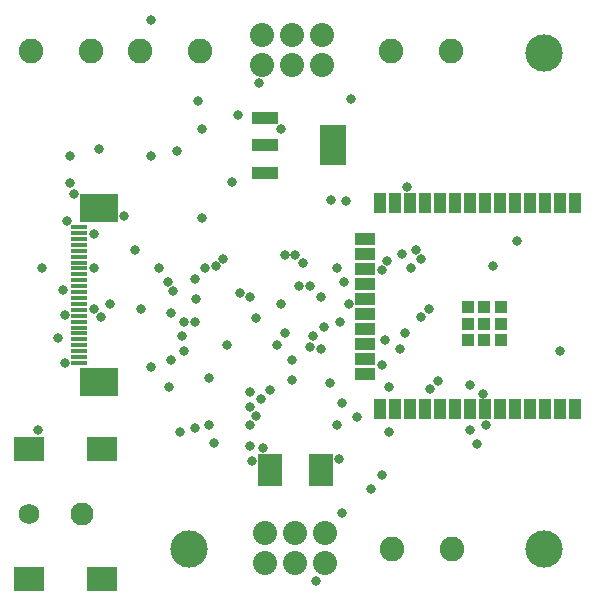
<source format=gbr>
G04 EAGLE Gerber RS-274X export*
G75*
%MOMM*%
%FSLAX34Y34*%
%LPD*%
%INSoldermask Bottom*%
%IPPOS*%
%AMOC8*
5,1,8,0,0,1.08239X$1,22.5*%
G01*
%ADD10C,3.152400*%
%ADD11C,2.082800*%
%ADD12R,1.052400X1.652400*%
%ADD13R,1.652400X1.052400*%
%ADD14R,1.052400X1.052400*%
%ADD15R,2.302400X3.402400*%
%ADD16R,2.302400X1.102400*%
%ADD17C,2.032000*%
%ADD18R,1.400000X0.400000*%
%ADD19R,3.252400X2.452400*%
%ADD20R,2.052400X2.752400*%
%ADD21R,2.552400X2.152400*%
%ADD22C,1.752400*%
%ADD23C,1.952400*%
%ADD24C,0.838200*%


D10*
X460000Y450000D03*
X460000Y30000D03*
X160000Y30000D03*
D11*
X25800Y451500D03*
X76600Y451500D03*
D12*
X486850Y148500D03*
X474150Y148500D03*
X461450Y148500D03*
X448750Y148500D03*
X436050Y148500D03*
X423350Y148500D03*
X410650Y148500D03*
X397950Y148500D03*
X385250Y148500D03*
X372550Y148500D03*
X359850Y148500D03*
X347150Y148500D03*
X334450Y148500D03*
X321750Y148500D03*
X321750Y323500D03*
X334450Y323500D03*
X347150Y323500D03*
X359850Y323500D03*
X372550Y323500D03*
X385250Y323500D03*
X397950Y323500D03*
X410650Y323500D03*
X423350Y323500D03*
X436050Y323500D03*
X448750Y323500D03*
X461450Y323500D03*
X474150Y323500D03*
X486850Y323500D03*
D13*
X309250Y293150D03*
X309250Y280450D03*
X309250Y267750D03*
X309250Y255050D03*
X309250Y242350D03*
X309250Y229650D03*
X309250Y216950D03*
X309250Y204250D03*
X309250Y191550D03*
X309250Y178850D03*
D14*
X409650Y221000D03*
X409650Y235000D03*
X395650Y235000D03*
X395650Y221000D03*
X395650Y207000D03*
X409650Y207000D03*
X423650Y207000D03*
X423650Y221000D03*
X423650Y235000D03*
D11*
X331500Y30200D03*
X382300Y30200D03*
X330600Y451500D03*
X381400Y451500D03*
D15*
X281900Y372000D03*
D16*
X223900Y349000D03*
X223900Y372000D03*
X223900Y395000D03*
D17*
X224200Y18800D03*
X249600Y18800D03*
X275000Y18800D03*
X275000Y44200D03*
X249600Y44200D03*
X224200Y44200D03*
X221400Y440400D03*
X246800Y440400D03*
X272200Y440400D03*
X272200Y465800D03*
X246800Y465800D03*
X221400Y465800D03*
D11*
X118200Y451500D03*
X169000Y451500D03*
D18*
X67000Y302800D03*
X67000Y297800D03*
X67000Y292800D03*
X67000Y287800D03*
X67000Y282800D03*
X67000Y277800D03*
X67000Y272800D03*
X67000Y267800D03*
X67000Y262800D03*
X67000Y257800D03*
X67000Y252800D03*
X67000Y247800D03*
X67000Y242800D03*
X67000Y237800D03*
X67000Y232800D03*
X67000Y227800D03*
X67000Y222800D03*
X67000Y217800D03*
X67000Y212800D03*
X67000Y207800D03*
X67000Y202800D03*
X67000Y197800D03*
X67000Y192800D03*
X67000Y187800D03*
D19*
X84000Y171300D03*
X84000Y319300D03*
D20*
X228300Y96900D03*
X271300Y96900D03*
D21*
X24600Y5000D03*
X86600Y5000D03*
X86600Y115000D03*
X24600Y115000D03*
D22*
X24600Y60000D03*
D23*
X69600Y60000D03*
D24*
X54864Y187452D03*
X144780Y190500D03*
X146304Y248412D03*
X188976Y275844D03*
X114300Y283464D03*
X417576Y269748D03*
X364236Y166116D03*
X370332Y172212D03*
X246888Y173736D03*
X284988Y135636D03*
X329184Y129540D03*
X411480Y135636D03*
X473964Y198120D03*
X246888Y190500D03*
X289560Y153924D03*
X397764Y169164D03*
X216408Y143256D03*
X240792Y213360D03*
X271272Y243840D03*
X280416Y326136D03*
X344424Y336804D03*
X271272Y199644D03*
X288036Y222504D03*
X339852Y280416D03*
X342900Y213360D03*
X356616Y227076D03*
X356616Y275844D03*
X352044Y283464D03*
X347472Y268224D03*
X143256Y167640D03*
X192024Y202692D03*
X222504Y115824D03*
X408432Y161544D03*
X54864Y228600D03*
X164592Y222504D03*
X220980Y156972D03*
X176784Y135636D03*
X323088Y92964D03*
X237744Y385572D03*
X170688Y385572D03*
X149352Y367284D03*
X105156Y312420D03*
X323088Y266700D03*
X362712Y233172D03*
X338328Y199644D03*
X278892Y170688D03*
X295656Y237744D03*
X289560Y60960D03*
X313944Y80772D03*
X329184Y167640D03*
X323088Y185928D03*
X53340Y249936D03*
X35052Y268224D03*
X201168Y397764D03*
X48768Y208788D03*
X62484Y330708D03*
X249936Y278892D03*
X256032Y272796D03*
X240792Y278892D03*
X284988Y268224D03*
X79248Y268224D03*
X144780Y230124D03*
X252984Y252984D03*
X128016Y362712D03*
X297180Y411480D03*
X291084Y256032D03*
X301752Y141732D03*
X327660Y274320D03*
X216408Y225552D03*
X155448Y198120D03*
X176784Y175260D03*
X228600Y164592D03*
X265176Y210312D03*
X211836Y243840D03*
X79248Y233172D03*
X92964Y237744D03*
X173736Y268224D03*
X164592Y259080D03*
X182880Y269748D03*
X166116Y242316D03*
X213360Y105156D03*
X286512Y106680D03*
X202692Y246888D03*
X153924Y210312D03*
X134112Y268224D03*
X83820Y368808D03*
X181356Y120396D03*
X211836Y150876D03*
X219456Y425196D03*
X118872Y233172D03*
X141732Y256032D03*
X170688Y310896D03*
X128016Y478536D03*
X326136Y207264D03*
X85344Y227076D03*
X128016Y184404D03*
X262128Y201168D03*
X155448Y222504D03*
X397764Y131064D03*
X211836Y117348D03*
X211836Y135636D03*
X32004Y131064D03*
X164592Y132588D03*
X211836Y163068D03*
X59436Y339852D03*
X59436Y362712D03*
X292608Y324612D03*
X79248Y297180D03*
X237744Y237744D03*
X274320Y217932D03*
X56388Y307848D03*
X152400Y129540D03*
X234696Y202692D03*
X437388Y291084D03*
X403860Y118872D03*
X267462Y3556D03*
X262128Y252984D03*
X196596Y341376D03*
X167640Y409956D03*
M02*

</source>
